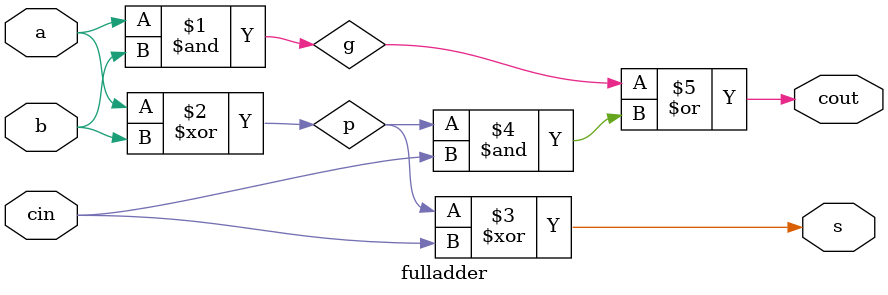
<source format=sv>
module Ass1(
	input logic [7:0] SW,
	output logic [6:0] HEX0, HEX1, HEX2, HEX3
);
	logic [7:0] Result;

	seven_seg  disp0(SW[3:0], HEX0);

	seven_seg  disp1(SW[7:4], HEX1);
	
	mult m0(SW[3:0], SW[7:4], Result);

	seven_seg  disp2(Result[3:0], HEX2);

	seven_seg  disp3(Result[7:4], HEX3);
	
endmodule


//bibby.wang elec4720 Ass1 Q1
//useing 4bit sw control HEX0 dispany 0 to f
module seven_seg(
				input logic [3:0] S,
				output logic [6:0] HEX);

	//dispany 0 to f
	
	//~s2 ~s0 | ~s3 s1 | ~s3 s2 s0 | s2 s1 | s3 ~s2 ~s1 | s3 ~s0
	assign HEX[0] = ~((~S[2] & ~S[0]) | (~S[3] & S[1]) | (~S[3] & S[2] & S[0]) | (S[2] & S[1]) | (S[3] & ~S[2] & ~S[1]) | (S[3] & ~S[0]));	
	//~s3 ~s2 | ~s3 ~s1 ~s0 | ~s2 ~s0 | ~s3 s1 s0 | s3 ~s1 s0
	assign HEX[1] = ~((~S[3] & ~S[2]) | (~S[3] & ~S[1] & ~S[0]) | (~S[2] & ~S[0]) | (~S[3] & S[1] & S[0]) | (S[3] & ~S[1] & S[0]));	
	//~s3 ~s1 | ~s3 s0 | ~s1 s0 | ~s3 s2 | s3 ~s2
	assign HEX[2] = ~((~S[3] & ~S[1]) | (~S[3] & S[0]) | (~S[1] & S[0]) | (~S[3] & S[2]) | (S[3] & ~S[2]));	
	//~s3 ~s2 ~s0 | ~s2 s1 s0 | s2 ~s1 s0 | s2 s1 ~s0 | s3 ~s1
	assign HEX[3] = ~((~S[3] & ~S[2] & ~S[0]) | (~S[2] & S[1] & S[0]) | (S[2] & ~S[1] & S[0]) | (S[2] & S[1] & ~S[0]) | (S[3] & ~S[1]) );
	//~s2 ~s0 | s1 ~s0 | s3 s1 | s3 s2
	assign HEX[4] = ~((~S[2] & ~S[0]) | (S[1] & ~S[0]) | (S[3] & S[1]) | (S[3] & S[2]));	
	//~s1 ~s0 | ~s3 s2 ~s1 | s2 ~s0 | s3 ~s2 | s3 s1
	assign HEX[5] = ~((~S[1] & ~S[0]) | (~S[3] & S[2] & ~S[1]) | (S[2] & ~S[0]) | (S[3] & ~S[2]) | (S[3] & S[1]));
	//~s2 s1 | s1 ~s0 | ~s3 s2 ~s1 | s3 ~s2 | s3 s0
	assign HEX[6] = ~((~S[2] & S[1]) | (S[1] & ~S[0]) | (~S[3] & S[2] & ~S[1]) | (S[3] & ~S[2]) | (S[3] & S[0]));
endmodule

//bibby.wang elec4720 Ass1 Q2
//two 4 bit wide numbers to produce a 7 bit wide result of multiplication.

module mult(
		input logic [3:0] a, b,
		output [7:0] out,
		output cout
		) ;
		
////
		logic [7:0] t1, t2, t3, t4, out1, out2;
		logic [2:0] c;

		assign t1 = {3'd0,a&{4{b[0]}}};
		assign t2 = {2'd0, a&{4{b[1]}},1'd0};
		assign t3 = {1'd0, a&{4{b[2]}},2'd0};	
		assign t4 = {a&{4{b[3]}},3'd0};
		
		adder_8bit add0(t1,t2,0,out1,c[0]);
		adder_8bit add1(out1,t3,c[0],out2,c[1]);
		adder_8bit add2(out2,t4,c[1],out[7:0],cout);


endmodule


module adder_8bit (
		input logic [7:0] a, b,
		input logic cin,
		output logic [7:0] s,
		output logic cout
		);
			logic [6:0] p;
			fulladder add0 (a[0],b[0],cin,s[0],p[0]);
			fulladder add1 (a[1],b[1],p[0],s[1],p[1]);
			fulladder add2 (a[2],b[2],p[1],s[2],p[2]);
			fulladder add3 (a[3],b[3],p[2],s[3],p[3]);
			fulladder add4 (a[4],b[4],p[3],s[4],p[4]);
			fulladder add5 (a[5],b[5],p[4],s[5],p[5]);
			fulladder add6 (a[6],b[6],p[5],s[6],p[6]);
			fulladder add7 (a[7],b[7],p[6],s[7],cout);
endmodule



module fulladder (
	input logic a, b, cin,
	output logic s, cout);
		logic g;
		logic p;
		assign g = a & b;
		assign p = a ^ b;
		assign s = p ^ cin;
		assign cout = g | (p & cin);
endmodule


</source>
